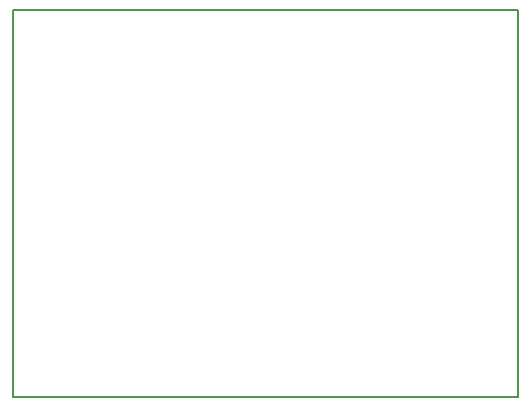
<source format=gbr>
G04 DipTrace 2.3.0.1*
%INBoardOutline.gbr*%
%MOIN*%
%ADD11C,0.0055*%
%FSLAX44Y44*%
G04*
G70*
G90*
G75*
G01*
%LNBoardOutline*%
%LPD*%
X0Y0D2*
D11*
Y12900D1*
X16810D1*
Y0D1*
X0D1*
M02*

</source>
